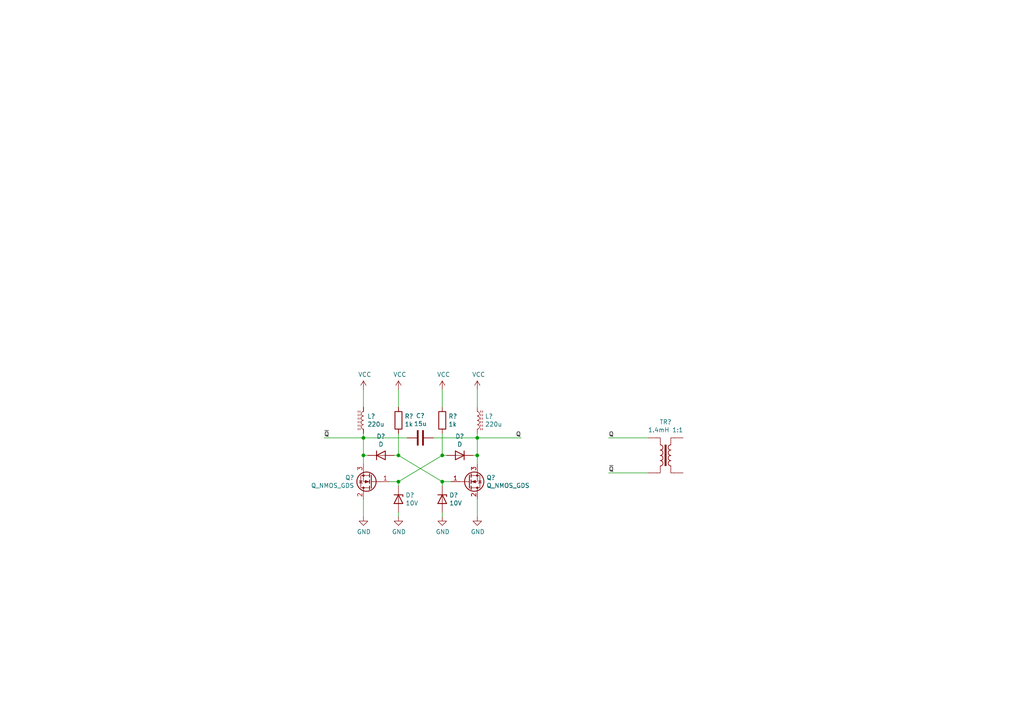
<source format=kicad_sch>
(kicad_sch (version 20211123) (generator eeschema)
  (paper "A4")
  (title_block (company "https://www.eevblog.com/forum/projects/royer-converter-with-mosfets-for-low-power-dcdc/"))
  (lib_symbols
    (symbol "Device:C" (pin_numbers hide) (pin_names (offset 0.254))
      (property "Reference" "C" (at 0.635 2.54 0))
      (property "Value" "C" (at 0.635 -2.54 0))
      (symbol "C_0_1"
        (polyline (pts (xy -2.032 -0.762) (xy 2.032 -0.762)) (stroke (width 0.508)))
        (polyline (pts (xy -2.032 0.762) (xy 2.032 0.762)) (stroke (width 0.508)))
      )
      (symbol "C_1_1"
        (pin passive line (at 0 3.81 270) (length 2.794) (name "~") (number "1"))
        (pin passive line (at 0 -3.81 90) (length 2.794) (name "~") (number "2"))
      )
    )
    (symbol "Device:D" (pin_numbers hide) (pin_names (offset 1.016) hide)
      (property "Reference" "D" (at 0 2.54 0))
      (property "Value" "D" (at 0 -2.54 0))
      (symbol "D_0_1"
        (polyline (pts (xy -1.27 1.27) (xy -1.27 -1.27)) (stroke (width 0.254)))
        (polyline (pts (xy 1.27 0) (xy -1.27 0)))
        (polyline (pts (xy 1.27 1.27) (xy 1.27 -1.27) (xy -1.27 0) (xy 1.27 1.27)) (stroke (width 0.254)))
      )
      (symbol "D_1_1"
        (pin passive line (at -3.81 0 0) (length 2.54) (name "K") (number "1"))
        (pin passive line (at 3.81 0 180) (length 2.54) (name "A") (number "2"))
      )
    )
    (symbol "Device:D_Zener" (pin_numbers hide) (pin_names (offset 1.016) hide)
      (property "Reference" "D" (at 0 2.54 0))
      (property "Value" "D_Zener" (at 0 -2.54 0))
      (symbol "D_Zener_0_1"
        (polyline (pts (xy 1.27 0) (xy -1.27 0)))
        (polyline (pts (xy -1.27 -1.27) (xy -1.27 1.27) (xy -0.762 1.27)) (stroke (width 0.254)))
        (polyline (pts (xy 1.27 -1.27) (xy 1.27 1.27) (xy -1.27 0) (xy 1.27 -1.27)) (stroke (width 0.254)))
      )
      (symbol "D_Zener_1_1"
        (pin passive line (at -3.81 0 0) (length 2.54) (name "K") (number "1"))
        (pin passive line (at 3.81 0 180) (length 2.54) (name "A") (number "2"))
      )
    )
    (symbol "Device:L_Core_Ferrite" (pin_numbers hide) (pin_names (offset 1.016) hide)
      (property "Reference" "L" (at -1.27 0 90))
      (property "Value" "Device_L_Core_Ferrite" (at 2.794 0 90))
      (symbol "L_Core_Ferrite_0_1"
        (arc (start 0 -2.54) (mid 0.635 -1.905) (end 0 -1.27))
        (arc (start 0 -1.27) (mid 0.635 -0.635) (end 0 0))
        (polyline (pts (xy 1.016 -2.794) (xy 1.016 -2.286)))
        (polyline (pts (xy 1.016 -1.778) (xy 1.016 -1.27)))
        (polyline (pts (xy 1.016 -0.762) (xy 1.016 -0.254)))
        (polyline (pts (xy 1.016 0.254) (xy 1.016 0.762)))
        (polyline (pts (xy 1.016 1.27) (xy 1.016 1.778)))
        (polyline (pts (xy 1.016 2.286) (xy 1.016 2.794)))
        (polyline (pts (xy 1.524 -2.286) (xy 1.524 -2.794)))
        (polyline (pts (xy 1.524 -1.27) (xy 1.524 -1.778)))
        (polyline (pts (xy 1.524 -0.254) (xy 1.524 -0.762)))
        (polyline (pts (xy 1.524 0.762) (xy 1.524 0.254)))
        (polyline (pts (xy 1.524 1.778) (xy 1.524 1.27)))
        (polyline (pts (xy 1.524 2.794) (xy 1.524 2.286)))
        (arc (start 0 0) (mid 0.635 0.635) (end 0 1.27))
        (arc (start 0 1.27) (mid 0.635 1.905) (end 0 2.54))
      )
      (symbol "L_Core_Ferrite_1_1"
        (pin passive line (at 0 3.81 270) (length 1.27) (name "1") (number "1"))
        (pin passive line (at 0 -3.81 90) (length 1.27) (name "2") (number "2"))
      )
    )
    (symbol "Device:Q_NMOS_GDS" (pin_names (offset 0) hide)
      (property "Reference" "Q" (at 5.08 1.27 0))
      (property "Value" "Q_NMOS_GDS" (at 5.08 -1.27 0))
      (symbol "Q_NMOS_GDS_0_1"
        (polyline (pts (xy 0.254 0) (xy -2.54 0)))
        (polyline (pts (xy 0.254 1.905) (xy 0.254 -1.905)) (stroke (width 0.254)))
        (polyline (pts (xy 0.762 -1.27) (xy 0.762 -2.286)) (stroke (width 0.254)))
        (polyline (pts (xy 0.762 0.508) (xy 0.762 -0.508)) (stroke (width 0.254)))
        (polyline (pts (xy 0.762 2.286) (xy 0.762 1.27)) (stroke (width 0.254)))
        (polyline (pts (xy 2.54 2.54) (xy 2.54 1.778)))
        (polyline (pts (xy 2.54 -2.54) (xy 2.54 0) (xy 0.762 0)))
        (polyline (pts (xy 0.762 -1.778) (xy 3.302 -1.778) (xy 3.302 1.778) (xy 0.762 1.778)))
        (polyline (pts (xy 1.016 0) (xy 2.032 0.381) (xy 2.032 -0.381) (xy 1.016 0)) (fill (type outline)))
        (polyline (pts (xy 2.794 0.508) (xy 2.921 0.381) (xy 3.683 0.381) (xy 3.81 0.254)))
        (polyline (pts (xy 3.302 0.381) (xy 2.921 -0.254) (xy 3.683 -0.254) (xy 3.302 0.381)))
        (circle (center 1.651 0) (radius 2.794) (stroke (width 0.254)))
        (circle (center 2.54 -1.778) (radius 0.254) (fill (type outline)))
        (circle (center 2.54 1.778) (radius 0.254) (fill (type outline)))
      )
      (symbol "Q_NMOS_GDS_1_1"
        (pin input line (at -5.08 0 0) (length 2.54) (name "G") (number "1"))
        (pin passive line (at 2.54 5.08 270) (length 2.54) (name "D") (number "2"))
        (pin passive line (at 2.54 -5.08 90) (length 2.54) (name "S") (number "3"))
      )
    )
    (symbol "Device:R" (pin_numbers hide) (pin_names (offset 0))
      (property "Reference" "R" (at 2.032 0 90))
      (property "Value" "R" (at 0 0 90))
      (symbol "R_0_1"
        (rectangle (start -1.016 -2.54) (end 1.016 2.54) (stroke (width 0.254)))
      )
      (symbol "R_1_1"
        (pin passive line (at 0 3.81 270) (length 1.27) (name "~") (number "1"))
        (pin passive line (at 0 -3.81 90) (length 1.27) (name "~") (number "2"))
      )
    )
    (symbol "Transformer:TRANSF1" (pin_numbers hide) (pin_names (offset 0))
      (property "Reference" "TR" (at 0 6.35 0))
      (property "Value" "TRANSF1" (at 0 -6.35 0))
      (symbol "TRANSF1_0_1"
        (arc (start -1.524 -3.048) (mid -0.762 -2.286) (end -1.524 -1.524) (stroke (width 0.2032)))
        (arc (start -1.524 -1.524) (mid -0.762 -0.762) (end -1.524 0) (stroke (width 0.2032)))
        (arc (start -1.524 0) (mid -0.762 0.762) (end -1.524 1.524) (stroke (width 0.2032)))
        (arc (start -1.524 1.524) (mid -0.762 2.286) (end -1.524 3.048) (stroke (width 0.2032)))
        (rectangle (start -0.254 3.048) (end 0.254 -3.048) (stroke (width 0.0254)) (fill (type outline)))
        (polyline (pts (xy -2.54 5.08) (xy -1.524 5.08) (xy -1.524 3.048) (xy -1.524 3.048)) (stroke (width 0.1524)))
        (polyline (pts (xy -1.524 -3.048) (xy -1.524 -5.08) (xy -2.54 -5.08) (xy -2.54 -5.08)) (stroke (width 0.1524)))
        (polyline (pts (xy 1.524 3.048) (xy 1.524 5.08) (xy 2.54 5.08) (xy 2.54 5.08)) (stroke (width 0.1524)))
        (polyline (pts (xy 2.54 -5.08) (xy 1.524 -5.08) (xy 1.524 -3.048) (xy 1.524 -3.048)) (stroke (width 0.1524)))
        (arc (start 1.524 -1.524) (mid 0.762 -2.286) (end 1.524 -3.048) (stroke (width 0.2032)))
        (arc (start 1.524 0) (mid 0.762 -0.762) (end 1.524 -1.524) (stroke (width 0.2032)))
        (arc (start 1.524 1.524) (mid 0.762 0.762) (end 1.524 0) (stroke (width 0.2032)))
        (arc (start 1.524 3.048) (mid 0.762 2.286) (end 1.524 1.524) (stroke (width 0.2032)))
      )
      (symbol "TRANSF1_1_1"
        (pin passive line (at -5.08 5.08 0) (length 2.54) (name "~") (number "1"))
        (pin passive line (at -5.08 -5.08 0) (length 2.54) (name "~") (number "2"))
        (pin passive line (at 5.08 -5.08 180) (length 2.54) (name "~") (number "3"))
        (pin passive line (at 5.08 5.08 180) (length 2.54) (name "~") (number "4"))
      )
    )
    (symbol "power:GND" (power) (pin_names (offset 0))
      (property "Value" "GND" (at 0 -3.81 0))
      (symbol "GND_0_1"
        (polyline (pts (xy 0 0) (xy 0 -1.27) (xy 1.27 -1.27) (xy 0 -2.54) (xy -1.27 -1.27) (xy 0 -1.27)))
      )
      (symbol "GND_1_1"
        (pin power_in line (at 0 0 270) (length 0) hide (name "GND") (number "1"))
      )
    )
    (symbol "power:VCC" (power) (pin_names (offset 0))
      (property "Value" "VCC" (at 0 3.81 0))
      (symbol "VCC_0_1"
        (polyline (pts (xy -0.762 1.27) (xy 0 2.54)))
        (polyline (pts (xy 0 0) (xy 0 2.54)))
        (polyline (pts (xy 0 2.54) (xy 0.762 1.27)))
      )
      (symbol "VCC_1_1"
        (pin power_in line (at 0 0 90) (length 0) hide (name "VCC") (number "1"))
      )
    )
  )
  (junction (at 115.57 139.7))
  (junction (at 138.43 132.08))
  (junction (at 128.27 139.7))
  (junction (at 115.57 132.08))
  (junction (at 105.41 127))
  (junction (at 128.27 132.08))
  (junction (at 105.41 132.08))
  (junction (at 138.43 127))
  (wire (pts (xy 115.57 118.11) (xy 115.57 113.03)))
  (wire (pts (xy 138.43 127) (xy 138.43 125.73)))
  (wire (pts (xy 125.73 127) (xy 138.43 127)))
  (wire (pts (xy 138.43 132.08) (xy 138.43 134.62)))
  (wire (pts (xy 105.41 132.08) (xy 105.41 127)))
  (wire (pts (xy 105.41 127) (xy 105.41 125.73)))
  (wire (pts (xy 138.43 127) (xy 151.13 127)))
  (wire (pts (xy 138.43 118.11) (xy 138.43 113.03)))
  (wire (pts (xy 187.96 127) (xy 176.53 127)))
  (wire (pts (xy 114.3 132.08) (xy 115.57 132.08)))
  (wire (pts (xy 105.41 127) (xy 93.98 127)))
  (wire (pts (xy 115.57 139.7) (xy 115.57 140.97)))
  (wire (pts (xy 138.43 144.78) (xy 138.43 149.86)))
  (wire (pts (xy 105.41 134.62) (xy 105.41 132.08)))
  (wire (pts (xy 105.41 144.78) (xy 105.41 149.86)))
  (wire (pts (xy 138.43 132.08) (xy 138.43 127)))
  (wire (pts (xy 137.16 132.08) (xy 138.43 132.08)))
  (wire (pts (xy 187.96 137.16) (xy 176.53 137.16)))
  (wire (pts (xy 128.27 132.08) (xy 129.54 132.08)))
  (wire (pts (xy 128.27 132.08) (xy 115.57 139.7)))
  (wire (pts (xy 105.41 118.11) (xy 105.41 113.03)))
  (wire (pts (xy 130.81 139.7) (xy 128.27 139.7)))
  (wire (pts (xy 128.27 139.7) (xy 128.27 140.97)))
  (wire (pts (xy 113.03 139.7) (xy 115.57 139.7)))
  (wire (pts (xy 105.41 132.08) (xy 106.68 132.08)))
  (wire (pts (xy 115.57 132.08) (xy 128.27 139.7)))
  (wire (pts (xy 128.27 148.59) (xy 128.27 149.86)))
  (wire (pts (xy 118.11 127) (xy 105.41 127)))
  (wire (pts (xy 128.27 118.11) (xy 128.27 113.03)))
  (wire (pts (xy 115.57 148.59) (xy 115.57 149.86)))
  (wire (pts (xy 115.57 132.08) (xy 115.57 125.73)))
  (wire (pts (xy 128.27 125.73) (xy 128.27 132.08)))
  (label "Q" (at 176.53 127 0))
  (label "~{Q}" (at 176.53 137.16 0))
  (label "Q" (at 151.13 127 180))
  (label "~{Q}" (at 93.98 127 0))
  (symbol (lib_id "Device:Q_NMOS_GDS") (at 107.95 139.7 180) (unit 1)
    (property "Reference" "Q?" (at 102.743 138.5316 0) (effects (justify left)))
    (property "Value" "Q_NMOS_GDS" (at 102.743 140.843 0) (effects (justify left)))
  )
  (symbol (lib_id "Device:Q_NMOS_GDS") (at 135.89 139.7 0) (mirror x) (unit 1)
    (property "Reference" "Q?" (at 141.0716 138.5316 0) (effects (justify left)))
    (property "Value" "Q_NMOS_GDS" (at 141.0716 140.843 0) (effects (justify left)))
  )
  (symbol (lib_id "Device:D_Zener") (at 115.57 144.78 270) (unit 1)
    (property "Reference" "D?" (at 117.602 143.6116 90) (effects (justify left)))
    (property "Value" "10V" (at 117.602 145.923 90) (effects (justify left)))
  )
  (symbol (lib_id "Device:D_Zener") (at 128.27 144.78 270) (unit 1)
    (property "Reference" "D?" (at 130.302 143.6116 90) (effects (justify left)))
    (property "Value" "10V" (at 130.302 145.923 90) (effects (justify left)))
  )
  (symbol (lib_id "Device:D") (at 110.49 132.08 0) (unit 1)
    (property "Reference" "D?" (at 110.49 126.5682 0))
    (property "Value" "D" (at 110.49 128.8796 0))
  )
  (symbol (lib_id "Device:D") (at 133.35 132.08 0) (mirror y) (unit 1)
    (property "Reference" "D?" (at 133.35 126.5682 0))
    (property "Value" "D" (at 133.35 128.8796 0))
  )
  (symbol (lib_id "Device:R") (at 128.27 121.92 0) (unit 1)
    (property "Reference" "R?" (at 130.048 120.7516 0) (effects (justify left)))
    (property "Value" "1k" (at 130.048 123.063 0) (effects (justify left)))
  )
  (symbol (lib_id "Device:R") (at 115.57 121.92 0) (unit 1)
    (property "Reference" "R?" (at 117.348 120.7516 0) (effects (justify left)))
    (property "Value" "1k" (at 117.348 123.063 0) (effects (justify left)))
  )
  (symbol (lib_id "Device:L_Core_Ferrite") (at 138.43 121.92 0) (unit 1)
    (property "Reference" "L?" (at 140.6652 120.7516 0) (effects (justify left)))
    (property "Value" "220u" (at 140.6652 123.063 0) (effects (justify left)))
  )
  (symbol (lib_id "Device:L_Core_Ferrite") (at 105.41 121.92 0) (mirror y) (unit 1)
    (property "Reference" "L?" (at 106.5276 120.7516 0) (effects (justify right)))
    (property "Value" "220u" (at 106.5276 123.063 0) (effects (justify right)))
  )
  (symbol (lib_id "Device:C") (at 121.92 127 270) (unit 1)
    (property "Reference" "C?" (at 121.92 120.5992 90))
    (property "Value" "15u" (at 121.92 122.9106 90))
  )
  (symbol (lib_id "power:VCC") (at 105.41 113.03 0) (unit 1)
    (property "Reference" "#PWR?" (effects hide))
    (property "Value" "VCC" (at 105.791 108.6358 0))
  )
  (symbol (lib_id "power:GND") (at 105.41 149.86 0) (unit 1)
    (property "Reference" "#PWR?" (effects hide))
    (property "Value" "GND" (at 105.537 154.2542 0))
  )
  (symbol (lib_id "power:GND") (at 115.57 149.86 0) (unit 1)
    (property "Reference" "#PWR?" (effects hide))
    (property "Value" "GND" (at 115.697 154.2542 0))
  )
  (symbol (lib_id "power:GND") (at 128.27 149.86 0) (unit 1)
    (property "Reference" "#PWR?" (effects hide))
    (property "Value" "GND" (at 128.397 154.2542 0))
  )
  (symbol (lib_id "power:GND") (at 138.43 149.86 0) (unit 1)
    (property "Reference" "#PWR?" (effects hide))
    (property "Value" "GND" (at 138.557 154.2542 0))
  )
  (symbol (lib_id "power:VCC") (at 115.57 113.03 0) (unit 1)
    (property "Reference" "#PWR?" (effects hide))
    (property "Value" "VCC" (at 115.951 108.6358 0))
  )
  (symbol (lib_id "power:VCC") (at 128.27 113.03 0) (unit 1)
    (property "Reference" "#PWR?" (effects hide))
    (property "Value" "VCC" (at 128.651 108.6358 0))
  )
  (symbol (lib_id "power:VCC") (at 138.43 113.03 0) (unit 1)
    (property "Reference" "#PWR?" (effects hide))
    (property "Value" "VCC" (at 138.811 108.6358 0))
  )
  (symbol (lib_id "Transformer:TRANSF1") (at 193.04 132.08 0) (unit 1)
    (property "Reference" "TR?" (at 193.04 122.4026 0))
    (property "Value" "1.4mH 1:1" (at 193.04 124.714 0))
  )
)
</source>
